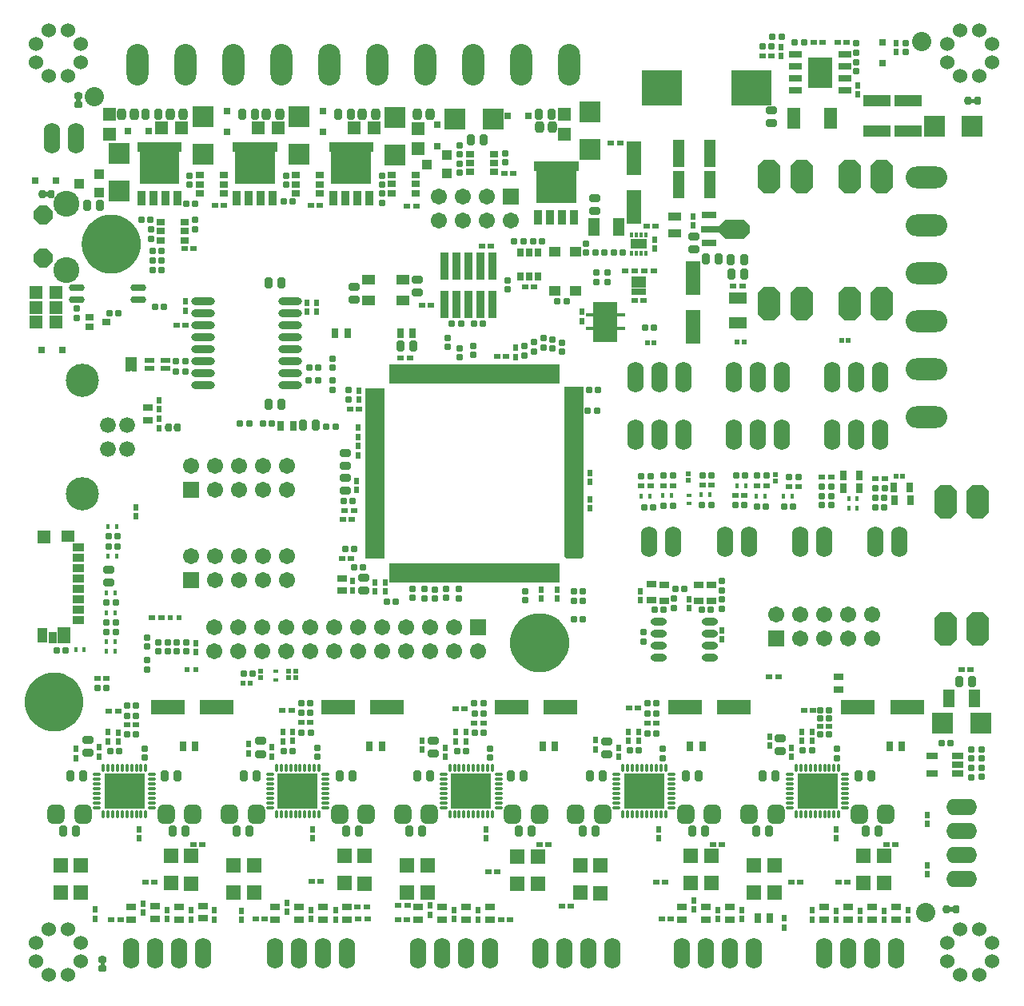
<source format=gts>
G04*
G04 #@! TF.GenerationSoftware,Altium Limited,Altium Designer,18.1.9 (240)*
G04*
G04 Layer_Color=8388736*
%FSLAX25Y25*%
%MOIN*%
G70*
G01*
G75*
%ADD111C,0.12205*%
%ADD112R,0.10400X0.16800*%
%ADD113R,0.02054X0.02054*%
G04:AMPARAMS|DCode=114|XSize=26mil|YSize=28mil|CornerRadius=6.4mil|HoleSize=0mil|Usage=FLASHONLY|Rotation=180.000|XOffset=0mil|YOffset=0mil|HoleType=Round|Shape=RoundedRectangle|*
%AMROUNDEDRECTD114*
21,1,0.02600,0.01520,0,0,180.0*
21,1,0.01320,0.02800,0,0,180.0*
1,1,0.01280,-0.00660,0.00760*
1,1,0.01280,0.00660,0.00760*
1,1,0.01280,0.00660,-0.00760*
1,1,0.01280,-0.00660,-0.00760*
%
%ADD114ROUNDEDRECTD114*%
%ADD115R,0.02054X0.02054*%
%ADD116R,0.01981X0.02375*%
G04:AMPARAMS|DCode=117|XSize=26mil|YSize=28mil|CornerRadius=6.4mil|HoleSize=0mil|Usage=FLASHONLY|Rotation=90.000|XOffset=0mil|YOffset=0mil|HoleType=Round|Shape=RoundedRectangle|*
%AMROUNDEDRECTD117*
21,1,0.02600,0.01520,0,0,90.0*
21,1,0.01320,0.02800,0,0,90.0*
1,1,0.01280,0.00760,0.00660*
1,1,0.01280,0.00760,-0.00660*
1,1,0.01280,-0.00760,-0.00660*
1,1,0.01280,-0.00760,0.00660*
%
%ADD117ROUNDEDRECTD117*%
%ADD118R,0.03038X0.03865*%
%ADD119R,0.04737X0.02965*%
%ADD120R,0.03600X0.06400*%
G04:AMPARAMS|DCode=121|XSize=30mil|YSize=32mil|CornerRadius=8.4mil|HoleSize=0mil|Usage=FLASHONLY|Rotation=90.000|XOffset=0mil|YOffset=0mil|HoleType=Round|Shape=RoundedRectangle|*
%AMROUNDEDRECTD121*
21,1,0.03000,0.01520,0,0,90.0*
21,1,0.01320,0.03200,0,0,90.0*
1,1,0.01680,0.00760,0.00660*
1,1,0.01680,0.00760,-0.00660*
1,1,0.01680,-0.00760,-0.00660*
1,1,0.01680,-0.00760,0.00660*
%
%ADD121ROUNDEDRECTD121*%
G04:AMPARAMS|DCode=122|XSize=30mil|YSize=32mil|CornerRadius=8.4mil|HoleSize=0mil|Usage=FLASHONLY|Rotation=180.000|XOffset=0mil|YOffset=0mil|HoleType=Round|Shape=RoundedRectangle|*
%AMROUNDEDRECTD122*
21,1,0.03000,0.01520,0,0,180.0*
21,1,0.01320,0.03200,0,0,180.0*
1,1,0.01680,-0.00660,0.00760*
1,1,0.01680,0.00660,0.00760*
1,1,0.01680,0.00660,-0.00760*
1,1,0.01680,-0.00660,-0.00760*
%
%ADD122ROUNDEDRECTD122*%
%ADD123R,0.06312X0.14186*%
%ADD124R,0.04343X0.06312*%
%ADD125R,0.03531X0.04737*%
%ADD126R,0.05524X0.06509*%
%ADD127R,0.05524X0.05328*%
%ADD128R,0.05524X0.04934*%
%ADD129R,0.04737X0.03556*%
%ADD130R,0.08700X0.08700*%
%ADD131O,0.06706X0.03162*%
%ADD132C,0.06000*%
%ADD133R,0.03753X0.11824*%
%ADD134R,0.06063X0.02451*%
%ADD135R,0.02126X0.02598*%
%ADD136O,0.01781X0.07887*%
%ADD137O,0.07887X0.01781*%
%ADD138R,0.05524X0.04343*%
%ADD139O,0.09855X0.03162*%
G04:AMPARAMS|DCode=140|XSize=37.13mil|YSize=47.37mil|CornerRadius=9.83mil|HoleSize=0mil|Usage=FLASHONLY|Rotation=0.000|XOffset=0mil|YOffset=0mil|HoleType=Round|Shape=RoundedRectangle|*
%AMROUNDEDRECTD140*
21,1,0.03713,0.02772,0,0,0.0*
21,1,0.01748,0.04737,0,0,0.0*
1,1,0.01965,0.00874,-0.01386*
1,1,0.01965,-0.00874,-0.01386*
1,1,0.01965,-0.00874,0.01386*
1,1,0.01965,0.00874,0.01386*
%
%ADD140ROUNDEDRECTD140*%
G04:AMPARAMS|DCode=141|XSize=80mil|YSize=80mil|CornerRadius=40mil|HoleSize=0mil|Usage=FLASHONLY|Rotation=270.000|XOffset=0mil|YOffset=0mil|HoleType=Round|Shape=RoundedRectangle|*
%AMROUNDEDRECTD141*
21,1,0.08000,0.00000,0,0,270.0*
21,1,0.00000,0.08000,0,0,270.0*
1,1,0.08000,0.00000,0.00000*
1,1,0.08000,0.00000,0.00000*
1,1,0.08000,0.00000,0.00000*
1,1,0.08000,0.00000,0.00000*
%
%ADD141ROUNDEDRECTD141*%
%ADD142R,0.05600X0.05600*%
%ADD143R,0.05600X0.05600*%
%ADD144R,0.02565X0.02368*%
%ADD145R,0.05131X0.07493*%
G04:AMPARAMS|DCode=146|XSize=33.13mil|YSize=43.37mil|CornerRadius=7.83mil|HoleSize=0mil|Usage=FLASHONLY|Rotation=90.000|XOffset=0mil|YOffset=0mil|HoleType=Round|Shape=RoundedRectangle|*
%AMROUNDEDRECTD146*
21,1,0.03313,0.02772,0,0,90.0*
21,1,0.01748,0.04337,0,0,90.0*
1,1,0.01565,0.01386,0.00874*
1,1,0.01565,0.01386,-0.00874*
1,1,0.01565,-0.01386,-0.00874*
1,1,0.01565,-0.01386,0.00874*
%
%ADD146ROUNDEDRECTD146*%
%ADD147R,0.02762X0.03747*%
%ADD148R,0.04400X0.04000*%
%ADD149R,0.04737X0.04343*%
%ADD150R,0.03943X0.01975*%
%ADD151R,0.02080X0.01863*%
%ADD152R,0.02800X0.02800*%
%ADD153O,0.01502X0.03550*%
%ADD154O,0.03550X0.01502*%
%ADD155R,0.08400X0.08400*%
G04:AMPARAMS|DCode=156|XSize=33.13mil|YSize=43.37mil|CornerRadius=7.83mil|HoleSize=0mil|Usage=FLASHONLY|Rotation=0.000|XOffset=0mil|YOffset=0mil|HoleType=Round|Shape=RoundedRectangle|*
%AMROUNDEDRECTD156*
21,1,0.03313,0.02772,0,0,0.0*
21,1,0.01748,0.04337,0,0,0.0*
1,1,0.01565,0.00874,-0.01386*
1,1,0.01565,-0.00874,-0.01386*
1,1,0.01565,-0.00874,0.01386*
1,1,0.01565,0.00874,0.01386*
%
%ADD156ROUNDEDRECTD156*%
%ADD157R,0.14186X0.06312*%
%ADD158R,0.03162X0.03950*%
G04:AMPARAMS|DCode=159|XSize=71mil|YSize=79mil|CornerRadius=19.75mil|HoleSize=0mil|Usage=FLASHONLY|Rotation=0.000|XOffset=0mil|YOffset=0mil|HoleType=Round|Shape=RoundedRectangle|*
%AMROUNDEDRECTD159*
21,1,0.07100,0.03950,0,0,0.0*
21,1,0.03150,0.07900,0,0,0.0*
1,1,0.03950,0.01575,-0.01975*
1,1,0.03950,-0.01575,-0.01975*
1,1,0.03950,-0.01575,0.01975*
1,1,0.03950,0.01575,0.01975*
%
%ADD159ROUNDEDRECTD159*%
%ADD160R,0.16542X0.14573*%
%ADD161O,0.03747X0.01384*%
%ADD162O,0.01384X0.03747*%
%ADD163R,0.03550X0.02565*%
%ADD164O,0.06509X0.02965*%
%ADD165R,0.03865X0.03038*%
%ADD166R,0.05918X0.06312*%
%ADD167R,0.11430X0.04540*%
%ADD168R,0.05400X0.08700*%
%ADD169R,0.16942X0.14580*%
%ADD170R,0.10249X0.13005*%
%ADD171R,0.05721X0.02965*%
%ADD172R,0.05321X0.03550*%
%ADD173R,0.06312X0.03162*%
%ADD174R,0.07887X0.03162*%
%ADD175R,0.01384X0.02368*%
%ADD176R,0.06699X0.03943*%
%ADD177R,0.01975X0.01581*%
%ADD178R,0.04540X0.11430*%
%ADD179R,0.03950X0.03162*%
%ADD180R,0.02800X0.02800*%
%ADD181R,0.03747X0.02762*%
G04:AMPARAMS|DCode=182|XSize=80mil|YSize=80mil|CornerRadius=40mil|HoleSize=0mil|Usage=FLASHONLY|Rotation=0.000|XOffset=0mil|YOffset=0mil|HoleType=Round|Shape=RoundedRectangle|*
%AMROUNDEDRECTD182*
21,1,0.08000,0.00000,0,0,0.0*
21,1,0.00000,0.08000,0,0,0.0*
1,1,0.08000,0.00000,0.00000*
1,1,0.08000,0.00000,0.00000*
1,1,0.08000,0.00000,0.00000*
1,1,0.08000,0.00000,0.00000*
%
%ADD182ROUNDEDRECTD182*%
%ADD183R,0.07493X0.05131*%
%ADD184R,0.01581X0.01975*%
%ADD185R,0.08700X0.08700*%
%ADD186R,0.02368X0.02565*%
%ADD187O,0.17300X0.09050*%
G04:AMPARAMS|DCode=188|XSize=141mil|YSize=91mil|CornerRadius=0mil|HoleSize=0mil|Usage=FLASHONLY|Rotation=90.000|XOffset=0mil|YOffset=0mil|HoleType=Round|Shape=Octagon|*
%AMOCTAGOND188*
4,1,8,0.02275,0.07050,-0.02275,0.07050,-0.04550,0.04775,-0.04550,-0.04775,-0.02275,-0.07050,0.02275,-0.07050,0.04550,-0.04775,0.04550,0.04775,0.02275,0.07050,0.0*
%
%ADD188OCTAGOND188*%

%ADD189O,0.09050X0.17300*%
%ADD190P,0.08443X8X292.5*%
%ADD191C,0.10800*%
%ADD192C,0.06600*%
%ADD193C,0.13850*%
%ADD194O,0.06800X0.12800*%
%ADD195C,0.06706*%
%ADD196R,0.06706X0.06706*%
%ADD197O,0.12800X0.06800*%
%ADD198C,0.03000*%
%ADD199C,0.01000*%
G36*
X24384Y369414D02*
X22416D01*
Y371087D01*
X24384D01*
Y369414D01*
D02*
G37*
G36*
X397146Y369079D02*
X395472D01*
Y371047D01*
X397146D01*
Y369079D01*
D02*
G37*
G36*
X146352Y348785D02*
X145368D01*
Y335399D01*
X128832D01*
Y348785D01*
X127848D01*
Y352821D01*
X146352D01*
Y348785D01*
D02*
G37*
G36*
X106252D02*
X105268D01*
Y335399D01*
X88732D01*
Y348785D01*
X87748D01*
Y352821D01*
X106252D01*
Y348785D01*
D02*
G37*
G36*
X66402D02*
X65417D01*
Y335399D01*
X48882D01*
Y348785D01*
X47898D01*
Y352821D01*
X66402D01*
Y348785D01*
D02*
G37*
G36*
X11051Y330335D02*
X9378D01*
Y332303D01*
X11051D01*
Y330335D01*
D02*
G37*
G36*
X231902Y340785D02*
X230917D01*
Y327399D01*
X214382D01*
Y340785D01*
X213398D01*
Y344821D01*
X231902D01*
Y340785D01*
D02*
G37*
G36*
X300775Y320571D02*
X300813Y320560D01*
X300848Y320541D01*
X300878Y320516D01*
X303437Y317957D01*
X303462Y317927D01*
X303481Y317892D01*
X303492Y317854D01*
X303496Y317815D01*
Y315453D01*
X303492Y315414D01*
X303481Y315376D01*
X303462Y315341D01*
X303437Y315311D01*
X300878Y312752D01*
X300848Y312727D01*
X300813Y312708D01*
X300775Y312697D01*
X300736Y312693D01*
X293256D01*
X293217Y312697D01*
X293179Y312708D01*
X293144Y312727D01*
X293114Y312752D01*
X290535Y315330D01*
X290535Y315330D01*
X290524Y315344D01*
X290510Y315361D01*
X290498Y315384D01*
X290492Y315396D01*
X290480Y315433D01*
X290476Y315473D01*
X290476Y315473D01*
Y317795D01*
X290480Y317834D01*
X290492Y317872D01*
X290510Y317907D01*
X290535Y317937D01*
X293114Y320516D01*
X293114Y320516D01*
X293130Y320530D01*
X293144Y320541D01*
X293179Y320560D01*
X293217Y320571D01*
X293256Y320575D01*
X300736D01*
X300775Y320571D01*
D02*
G37*
G36*
X47633Y257388D02*
X42928D01*
X42929Y257388D01*
X42928D01*
Y263179D01*
X47633D01*
Y257388D01*
D02*
G37*
G36*
X223953Y252284D02*
X153069Y252284D01*
X153069Y260256D01*
X223934D01*
X223953Y252284D01*
D02*
G37*
G36*
X234083Y179882D02*
X232153D01*
X225913Y179867D01*
X225913Y250748D01*
X234083Y250748D01*
Y179882D01*
D02*
G37*
G36*
X151012Y179279D02*
X142842Y179279D01*
Y250144D01*
X151012Y250163D01*
X151012Y179279D01*
D02*
G37*
G36*
X223931Y177284D02*
X223931Y169213D01*
X153066D01*
X153047Y177284D01*
X223931Y177284D01*
D02*
G37*
G36*
X388187Y31816D02*
X386514D01*
Y33784D01*
X388187D01*
Y31816D01*
D02*
G37*
G36*
X34484Y9213D02*
X32516D01*
Y10886D01*
X34484D01*
Y9213D01*
D02*
G37*
G54D111*
X19146Y119566D02*
X19063Y120570D01*
X18815Y121547D01*
X18411Y122470D01*
X17859Y123314D01*
X17177Y124055D01*
X16382Y124674D01*
X15495Y125154D01*
X14542Y125481D01*
X13548Y125647D01*
X12540D01*
X11546Y125481D01*
X10593Y125154D01*
X9706Y124674D01*
X8911Y124055D01*
X8228Y123314D01*
X7677Y122470D01*
X7272Y121547D01*
X7025Y120570D01*
X6941Y119566D01*
X7025Y118561D01*
X7272Y117584D01*
X7677Y116661D01*
X8228Y115817D01*
X8911Y115076D01*
X9706Y114457D01*
X10593Y113977D01*
X11546Y113650D01*
X12540Y113484D01*
X13548D01*
X14542Y113650D01*
X15495Y113977D01*
X16382Y114457D01*
X17177Y115076D01*
X17859Y115817D01*
X18411Y116661D01*
X18815Y117584D01*
X19063Y118561D01*
X19146Y119566D01*
X221602Y144300D02*
X221519Y145304D01*
X221272Y146281D01*
X220867Y147204D01*
X220316Y148048D01*
X219633Y148790D01*
X218838Y149409D01*
X217951Y149888D01*
X216998Y150216D01*
X216004Y150382D01*
X214996D01*
X214002Y150216D01*
X213049Y149888D01*
X212162Y149409D01*
X211367Y148790D01*
X210684Y148048D01*
X210133Y147204D01*
X209728Y146281D01*
X209481Y145304D01*
X209398Y144300D01*
X209481Y143296D01*
X209728Y142319D01*
X210133Y141396D01*
X210684Y140552D01*
X211367Y139810D01*
X212162Y139191D01*
X213049Y138712D01*
X214002Y138384D01*
X214996Y138218D01*
X216004D01*
X216998Y138384D01*
X217951Y138712D01*
X218838Y139191D01*
X219633Y139810D01*
X220316Y140552D01*
X220867Y141396D01*
X221272Y142319D01*
X221519Y143296D01*
X221602Y144300D01*
X43002Y310500D02*
X42919Y311504D01*
X42672Y312481D01*
X42267Y313404D01*
X41716Y314248D01*
X41033Y314990D01*
X40238Y315609D01*
X39351Y316088D01*
X38398Y316416D01*
X37404Y316582D01*
X36396D01*
X35402Y316416D01*
X34449Y316088D01*
X33562Y315609D01*
X32767Y314990D01*
X32084Y314248D01*
X31533Y313404D01*
X31128Y312481D01*
X30881Y311504D01*
X30798Y310500D01*
X30881Y309496D01*
X31128Y308519D01*
X31533Y307596D01*
X32084Y306752D01*
X32767Y306010D01*
X33562Y305391D01*
X34449Y304912D01*
X35402Y304584D01*
X36396Y304418D01*
X37404D01*
X38398Y304584D01*
X39351Y304912D01*
X40238Y305391D01*
X41033Y306010D01*
X41716Y306752D01*
X42267Y307596D01*
X42672Y308519D01*
X42919Y309496D01*
X43002Y310500D01*
G54D112*
X243109Y278051D02*
D03*
G54D113*
X114161Y129469D02*
D03*
Y132225D02*
D03*
X110913Y129469D02*
D03*
Y132225D02*
D03*
X99496Y129567D02*
D03*
Y132323D02*
D03*
X314004Y214291D02*
D03*
Y211536D02*
D03*
X277783Y214488D02*
D03*
Y211732D02*
D03*
G54D114*
X95973Y131142D02*
D03*
X92183D02*
D03*
X151839Y161260D02*
D03*
X155628D02*
D03*
X387000Y102348D02*
D03*
X383210D02*
D03*
X31181Y125295D02*
D03*
X34971D02*
D03*
X325854Y394685D02*
D03*
X322065D02*
D03*
X246710Y306848D02*
D03*
X250500D02*
D03*
X138491Y183198D02*
D03*
X134702D02*
D03*
X336447Y106004D02*
D03*
X332658D02*
D03*
X240000Y249400D02*
D03*
X236210D02*
D03*
X137800Y203248D02*
D03*
X134010D02*
D03*
X90800Y235400D02*
D03*
X94590D02*
D03*
X104000D02*
D03*
X100210D02*
D03*
X235824Y240866D02*
D03*
X239614D02*
D03*
X336447Y112697D02*
D03*
X332658D02*
D03*
X230015Y161426D02*
D03*
X233805D02*
D03*
X233814Y165399D02*
D03*
X230024D02*
D03*
X229995Y153946D02*
D03*
X233785D02*
D03*
X287306Y213888D02*
D03*
X283516D02*
D03*
X276052Y166522D02*
D03*
X272262D02*
D03*
X223100Y286400D02*
D03*
X226890D02*
D03*
X138305Y175413D02*
D03*
X142095D02*
D03*
X36000Y188448D02*
D03*
X39790D02*
D03*
X36000Y184348D02*
D03*
X39790D02*
D03*
X35101Y160748D02*
D03*
X38891D02*
D03*
X38900Y148548D02*
D03*
X35110D02*
D03*
X38900Y152548D02*
D03*
X35110D02*
D03*
X297596Y213859D02*
D03*
X301385D02*
D03*
X54314Y299594D02*
D03*
X58104D02*
D03*
X54316Y303700D02*
D03*
X58105D02*
D03*
X108856Y328366D02*
D03*
X112646D02*
D03*
X68203Y327092D02*
D03*
X71993D02*
D03*
X58133Y307690D02*
D03*
X54343D02*
D03*
X64100Y257300D02*
D03*
X67890D02*
D03*
X64100Y261700D02*
D03*
X67890D02*
D03*
X119600Y259000D02*
D03*
X123390D02*
D03*
X119500Y253500D02*
D03*
X123290D02*
D03*
X130600Y234300D02*
D03*
X126810D02*
D03*
X208900Y311648D02*
D03*
X205110D02*
D03*
X259600Y275548D02*
D03*
X263390D02*
D03*
X271227Y201181D02*
D03*
X267437D02*
D03*
X271248Y213760D02*
D03*
X267458D02*
D03*
X263075Y200603D02*
D03*
X259286D02*
D03*
X49700Y320600D02*
D03*
X53490D02*
D03*
X310136Y201046D02*
D03*
X306346D02*
D03*
X297242Y201398D02*
D03*
X301031D02*
D03*
X287294Y201515D02*
D03*
X283504D02*
D03*
X36600Y98948D02*
D03*
X40390D02*
D03*
X47500Y113648D02*
D03*
X43710D02*
D03*
X188500Y118748D02*
D03*
X192290D02*
D03*
X116300Y118848D02*
D03*
X120090D02*
D03*
X14269Y140866D02*
D03*
X18059D02*
D03*
X43700Y117748D02*
D03*
X47490D02*
D03*
X261873Y213554D02*
D03*
X258083D02*
D03*
X212900Y311448D02*
D03*
X216690D02*
D03*
X188300Y277300D02*
D03*
X192090D02*
D03*
X182900Y277200D02*
D03*
X179110D02*
D03*
X267452Y157870D02*
D03*
X263662D02*
D03*
X260700Y118748D02*
D03*
X264490D02*
D03*
X264500Y114548D02*
D03*
X260710D02*
D03*
X264500Y106348D02*
D03*
X260710D02*
D03*
X253200Y99148D02*
D03*
X256990D02*
D03*
X323552Y213216D02*
D03*
X319762D02*
D03*
X321442Y201048D02*
D03*
X317652D02*
D03*
X286967Y157894D02*
D03*
X283177D02*
D03*
X332647Y116043D02*
D03*
X336437D02*
D03*
X333442Y205335D02*
D03*
X337232D02*
D03*
X337262Y209173D02*
D03*
X333472D02*
D03*
X333462Y201398D02*
D03*
X337252D02*
D03*
X355706Y204449D02*
D03*
X359496D02*
D03*
X359506Y208386D02*
D03*
X355716D02*
D03*
X355706Y200413D02*
D03*
X359496D02*
D03*
X325400Y99148D02*
D03*
X329190D02*
D03*
X47500Y105748D02*
D03*
X43710D02*
D03*
X120100Y114748D02*
D03*
X116310D02*
D03*
X120200Y106648D02*
D03*
X116410D02*
D03*
X108900Y99048D02*
D03*
X112690D02*
D03*
X192300Y114648D02*
D03*
X188510D02*
D03*
X192400Y106548D02*
D03*
X188610D02*
D03*
X181200Y99048D02*
D03*
X184990D02*
D03*
X40156Y281414D02*
D03*
X36366D02*
D03*
X55314Y284264D02*
D03*
X59104D02*
D03*
X310174Y213822D02*
D03*
X306384D02*
D03*
X316514Y396850D02*
D03*
X312724D02*
D03*
X312435Y392818D02*
D03*
X308645D02*
D03*
X239000Y306948D02*
D03*
X242790D02*
D03*
G54D115*
X94870Y127106D02*
D03*
X92114D02*
D03*
X263386Y269114D02*
D03*
X260630D02*
D03*
X298130Y269606D02*
D03*
X300886D02*
D03*
X344488Y270197D02*
D03*
X341732D02*
D03*
X367154Y213701D02*
D03*
X364398D02*
D03*
G54D116*
X61701Y154567D02*
D03*
X65244D02*
D03*
X72232Y133012D02*
D03*
X68689D02*
D03*
G54D117*
X181976Y162717D02*
D03*
Y166506D02*
D03*
X162784Y166595D02*
D03*
Y162805D02*
D03*
X395700Y99648D02*
D03*
Y95858D02*
D03*
X395600Y88048D02*
D03*
Y91838D02*
D03*
X400000Y88058D02*
D03*
Y91848D02*
D03*
X399900Y95848D02*
D03*
Y99638D02*
D03*
X225100Y269338D02*
D03*
Y265548D02*
D03*
X258861Y144642D02*
D03*
Y148432D02*
D03*
X52016Y142391D02*
D03*
Y146181D02*
D03*
X60567Y140500D02*
D03*
Y144290D02*
D03*
X176779Y162923D02*
D03*
Y166713D02*
D03*
X64433Y140500D02*
D03*
Y144290D02*
D03*
X68300Y140500D02*
D03*
Y144290D02*
D03*
X56700Y144300D02*
D03*
Y140510D02*
D03*
X167803Y166408D02*
D03*
Y162618D02*
D03*
X213400Y269448D02*
D03*
Y265658D02*
D03*
X221000Y266848D02*
D03*
Y270638D02*
D03*
X217300Y271148D02*
D03*
Y267358D02*
D03*
X209693Y165680D02*
D03*
Y161890D02*
D03*
X182429Y266861D02*
D03*
Y263071D02*
D03*
X187875Y267887D02*
D03*
Y264097D02*
D03*
X171894Y166309D02*
D03*
Y162520D02*
D03*
X291683Y162170D02*
D03*
Y158381D02*
D03*
X368413Y394195D02*
D03*
Y390406D02*
D03*
X209400Y264048D02*
D03*
Y267838D02*
D03*
X69801Y335114D02*
D03*
Y338903D02*
D03*
X136000Y245600D02*
D03*
Y249390D02*
D03*
X129500Y258900D02*
D03*
Y262690D02*
D03*
Y253400D02*
D03*
Y249610D02*
D03*
X72100Y316700D02*
D03*
Y320490D02*
D03*
X53600Y316400D02*
D03*
Y312610D02*
D03*
X239319Y294655D02*
D03*
Y298445D02*
D03*
X150000Y331400D02*
D03*
Y327610D02*
D03*
X182400Y347900D02*
D03*
Y351690D02*
D03*
X182500Y343900D02*
D03*
Y340110D02*
D03*
X201400Y344400D02*
D03*
Y348190D02*
D03*
X109902Y335206D02*
D03*
Y338996D02*
D03*
X149900Y335200D02*
D03*
Y338990D02*
D03*
X244043Y294655D02*
D03*
Y298445D02*
D03*
X202452Y295355D02*
D03*
Y291565D02*
D03*
X177409Y271290D02*
D03*
Y267500D02*
D03*
X271652Y162412D02*
D03*
Y158622D02*
D03*
X267126Y99735D02*
D03*
Y95945D02*
D03*
X291661Y169833D02*
D03*
Y166043D02*
D03*
X339567Y99833D02*
D03*
Y96043D02*
D03*
X50984Y100030D02*
D03*
Y96240D02*
D03*
X123031Y100227D02*
D03*
Y96437D02*
D03*
X195079Y99951D02*
D03*
Y96161D02*
D03*
X52016Y133041D02*
D03*
Y136831D02*
D03*
X22567Y279679D02*
D03*
Y283469D02*
D03*
X347835Y382518D02*
D03*
Y386308D02*
D03*
Y390318D02*
D03*
Y394108D02*
D03*
X235000Y306848D02*
D03*
Y310638D02*
D03*
G54D118*
X366791Y100886D02*
D03*
X361555D02*
D03*
X283622Y100886D02*
D03*
X278386D02*
D03*
X144724Y100787D02*
D03*
X149961D02*
D03*
X66870Y100886D02*
D03*
X72106D02*
D03*
X162818Y273100D02*
D03*
X157582D02*
D03*
X306535Y29331D02*
D03*
X311772D02*
D03*
X135605Y273093D02*
D03*
X130369D02*
D03*
X216870Y100787D02*
D03*
X222106D02*
D03*
X112842Y234607D02*
D03*
X107606D02*
D03*
G54D119*
X390115Y89408D02*
D03*
Y93148D02*
D03*
Y96888D02*
D03*
X379485D02*
D03*
Y89408D02*
D03*
G54D120*
X144600Y329661D02*
D03*
X139600D02*
D03*
X134600D02*
D03*
X129600D02*
D03*
X104500D02*
D03*
X99500D02*
D03*
X94500D02*
D03*
X89500D02*
D03*
X230150Y321661D02*
D03*
X225150D02*
D03*
X220150D02*
D03*
X215150D02*
D03*
X64650Y329661D02*
D03*
X59650D02*
D03*
X54650D02*
D03*
X49650D02*
D03*
G54D121*
X33500Y8110D02*
D03*
Y11900D02*
D03*
X23400Y372190D02*
D03*
Y368400D02*
D03*
G54D122*
X389290Y32800D02*
D03*
X385500D02*
D03*
X12154Y331319D02*
D03*
X8364D02*
D03*
X398248Y370063D02*
D03*
X394458D02*
D03*
X61028Y233776D02*
D03*
X64818D02*
D03*
G54D123*
X255100Y325812D02*
D03*
Y346284D02*
D03*
X279700Y275864D02*
D03*
Y296336D02*
D03*
G54D124*
X8269Y147146D02*
D03*
G54D125*
X12796Y146359D02*
D03*
G54D126*
X17324Y147245D02*
D03*
G54D127*
X8859Y188190D02*
D03*
G54D128*
X19056Y188387D02*
D03*
G54D129*
X23190Y153642D02*
D03*
Y157973D02*
D03*
Y162304D02*
D03*
Y166635D02*
D03*
Y170965D02*
D03*
Y175296D02*
D03*
Y179627D02*
D03*
Y183958D02*
D03*
G54D130*
X380362Y359547D02*
D03*
X396136D02*
D03*
X196274Y362448D02*
D03*
X180500D02*
D03*
X399600Y110648D02*
D03*
X383826D02*
D03*
G54D131*
X265354Y152776D02*
D03*
Y147776D02*
D03*
Y142776D02*
D03*
Y137776D02*
D03*
X286614Y152776D02*
D03*
Y147776D02*
D03*
Y142776D02*
D03*
Y137776D02*
D03*
G54D132*
X398937Y5551D02*
D03*
X391063D02*
D03*
X385551Y11063D02*
D03*
Y18937D02*
D03*
X391063Y24449D02*
D03*
X398937D02*
D03*
X404449Y18937D02*
D03*
Y11063D02*
D03*
X24449D02*
D03*
Y18937D02*
D03*
X18937Y24449D02*
D03*
X11063D02*
D03*
X5551Y18937D02*
D03*
Y11063D02*
D03*
X11063Y5551D02*
D03*
X18937D02*
D03*
X24449Y386063D02*
D03*
Y393937D02*
D03*
X18937Y399449D02*
D03*
X11063D02*
D03*
X5551Y393937D02*
D03*
Y386063D02*
D03*
X11063Y380551D02*
D03*
X18937D02*
D03*
X404449Y386063D02*
D03*
Y393937D02*
D03*
X398937Y399449D02*
D03*
X391063D02*
D03*
X385551Y393937D02*
D03*
Y386063D02*
D03*
X391063Y380551D02*
D03*
X398937D02*
D03*
G54D133*
X195900Y301092D02*
D03*
Y285108D02*
D03*
X190900Y301092D02*
D03*
Y285108D02*
D03*
X185900Y301092D02*
D03*
Y285108D02*
D03*
X180900Y301092D02*
D03*
Y285108D02*
D03*
X175900Y301092D02*
D03*
Y285108D02*
D03*
G54D134*
X257065Y293060D02*
D03*
G54D135*
X255096Y295619D02*
D03*
X257065D02*
D03*
X259033D02*
D03*
Y290501D02*
D03*
X257065D02*
D03*
X255096D02*
D03*
G54D136*
X222949Y256246D02*
D03*
X220980D02*
D03*
X219012D02*
D03*
X217043D02*
D03*
X215075D02*
D03*
X213106D02*
D03*
X211138D02*
D03*
X209169D02*
D03*
X207201D02*
D03*
X205232D02*
D03*
X203264D02*
D03*
X201295D02*
D03*
X199327D02*
D03*
X197358D02*
D03*
X195390D02*
D03*
X193421D02*
D03*
X191453D02*
D03*
X189484D02*
D03*
X187516D02*
D03*
X185547D02*
D03*
X183579D02*
D03*
X181610D02*
D03*
X179642D02*
D03*
X177673D02*
D03*
X175705D02*
D03*
X173736D02*
D03*
X171768D02*
D03*
X169799D02*
D03*
X167831D02*
D03*
X165862D02*
D03*
X163894D02*
D03*
X161925D02*
D03*
X159957D02*
D03*
X157988D02*
D03*
X156020D02*
D03*
X154051D02*
D03*
Y173175D02*
D03*
X156020D02*
D03*
X157988D02*
D03*
X159957D02*
D03*
X161925D02*
D03*
X163894D02*
D03*
X165862D02*
D03*
X167831D02*
D03*
X169799D02*
D03*
X171768D02*
D03*
X173736D02*
D03*
X175705D02*
D03*
X177673D02*
D03*
X179642D02*
D03*
X181610D02*
D03*
X183579D02*
D03*
X185547D02*
D03*
X187516D02*
D03*
X189484D02*
D03*
X191453D02*
D03*
X193421D02*
D03*
X195390D02*
D03*
X197358D02*
D03*
X199327D02*
D03*
X201295D02*
D03*
X203264D02*
D03*
X205232D02*
D03*
X207201D02*
D03*
X209169D02*
D03*
X211138D02*
D03*
X213106D02*
D03*
X215075D02*
D03*
X217043D02*
D03*
X219012D02*
D03*
X220980D02*
D03*
X222949D02*
D03*
G54D137*
X146965Y249159D02*
D03*
Y247190D02*
D03*
Y245222D02*
D03*
Y243253D02*
D03*
Y241285D02*
D03*
Y239317D02*
D03*
Y237348D02*
D03*
Y235380D02*
D03*
Y233411D02*
D03*
Y231442D02*
D03*
Y229474D02*
D03*
Y227505D02*
D03*
Y225537D02*
D03*
Y223569D02*
D03*
Y221600D02*
D03*
Y219632D02*
D03*
Y217663D02*
D03*
Y215694D02*
D03*
Y213726D02*
D03*
Y211757D02*
D03*
Y209789D02*
D03*
Y207821D02*
D03*
Y205852D02*
D03*
Y203884D02*
D03*
Y201915D02*
D03*
Y199946D02*
D03*
Y197978D02*
D03*
Y196009D02*
D03*
Y194041D02*
D03*
Y192072D02*
D03*
Y190104D02*
D03*
Y188135D02*
D03*
Y186167D02*
D03*
Y184198D02*
D03*
Y182230D02*
D03*
Y180261D02*
D03*
X230035D02*
D03*
Y182230D02*
D03*
Y184198D02*
D03*
Y186167D02*
D03*
Y188135D02*
D03*
Y190104D02*
D03*
Y192072D02*
D03*
Y194041D02*
D03*
Y196009D02*
D03*
Y197978D02*
D03*
Y199946D02*
D03*
Y201915D02*
D03*
Y203884D02*
D03*
Y205852D02*
D03*
Y207821D02*
D03*
Y209789D02*
D03*
Y211757D02*
D03*
Y213726D02*
D03*
Y215694D02*
D03*
Y217663D02*
D03*
Y219632D02*
D03*
Y221600D02*
D03*
Y223569D02*
D03*
Y225537D02*
D03*
Y227505D02*
D03*
Y229474D02*
D03*
Y231442D02*
D03*
Y233411D02*
D03*
Y235380D02*
D03*
Y237348D02*
D03*
Y239317D02*
D03*
Y241285D02*
D03*
Y243253D02*
D03*
Y245222D02*
D03*
Y247190D02*
D03*
Y249159D02*
D03*
G54D138*
X144214Y287016D02*
D03*
X158781D02*
D03*
Y295677D02*
D03*
X144214D02*
D03*
G54D139*
X75488Y286600D02*
D03*
Y281600D02*
D03*
Y276600D02*
D03*
Y271600D02*
D03*
Y266600D02*
D03*
Y261600D02*
D03*
Y256600D02*
D03*
Y251600D02*
D03*
X111512Y286600D02*
D03*
Y281600D02*
D03*
Y276600D02*
D03*
Y271600D02*
D03*
Y266600D02*
D03*
Y261600D02*
D03*
Y256600D02*
D03*
Y251600D02*
D03*
G54D140*
X46678Y364700D02*
D03*
X41323D02*
D03*
X164523Y364700D02*
D03*
X169877D02*
D03*
X66877Y364700D02*
D03*
X61523D02*
D03*
X101822Y364700D02*
D03*
X107177D02*
D03*
X147177Y364699D02*
D03*
X141823D02*
D03*
X215722Y359148D02*
D03*
X221077D02*
D03*
G54D141*
X375000Y395000D02*
D03*
X30000Y371800D02*
D03*
G54D142*
X36300Y364700D02*
D03*
Y356366D02*
D03*
X225900Y364682D02*
D03*
Y356348D02*
D03*
X164976Y350198D02*
D03*
Y358531D02*
D03*
G54D143*
X14101Y290076D02*
D03*
X5768D02*
D03*
X14101Y277876D02*
D03*
X5768D02*
D03*
Y283976D02*
D03*
X14101D02*
D03*
X138200Y358900D02*
D03*
X146534D02*
D03*
X106634D02*
D03*
X98300D02*
D03*
X58100D02*
D03*
X66434D02*
D03*
G54D144*
X35000Y129248D02*
D03*
X31230D02*
D03*
X263200Y299100D02*
D03*
X259430D02*
D03*
X133400Y179356D02*
D03*
X137170D02*
D03*
X260400Y317848D02*
D03*
X264170D02*
D03*
X188500Y110648D02*
D03*
X192270D02*
D03*
X184470Y116448D02*
D03*
X180700D02*
D03*
X120070Y110848D02*
D03*
X116300D02*
D03*
X108500Y116048D02*
D03*
X112270D02*
D03*
X256670Y116948D02*
D03*
X252900D02*
D03*
X43600Y109748D02*
D03*
X47370D02*
D03*
X391611Y132852D02*
D03*
X395381D02*
D03*
X300200Y292823D02*
D03*
X296430D02*
D03*
X255300Y286900D02*
D03*
X259070D02*
D03*
X271244Y209716D02*
D03*
X267474D02*
D03*
X258081Y209476D02*
D03*
X261851D02*
D03*
X166604Y284862D02*
D03*
X170374D02*
D03*
X140370Y241600D02*
D03*
X136600D02*
D03*
X64200Y276600D02*
D03*
X67970D02*
D03*
X137370Y195448D02*
D03*
X133600D02*
D03*
X197900Y263648D02*
D03*
X201670D02*
D03*
X138270Y199348D02*
D03*
X134500D02*
D03*
X161600Y262800D02*
D03*
X157830D02*
D03*
X255270Y299200D02*
D03*
X251500D02*
D03*
X71494Y308687D02*
D03*
X67724D02*
D03*
X200900Y340000D02*
D03*
X204670D02*
D03*
X245500Y352648D02*
D03*
X249270D02*
D03*
X325856Y116043D02*
D03*
X329626D02*
D03*
X80177Y326476D02*
D03*
X83947D02*
D03*
X124105Y326575D02*
D03*
X120335D02*
D03*
X160450Y326300D02*
D03*
X164220D02*
D03*
X213279Y292547D02*
D03*
X209509D02*
D03*
X37160Y28600D02*
D03*
X40930D02*
D03*
X264470Y110548D02*
D03*
X260700D02*
D03*
X156800Y34548D02*
D03*
X160570D02*
D03*
X215647Y59961D02*
D03*
X219417D02*
D03*
X198031Y48622D02*
D03*
X194261D02*
D03*
X160500Y28700D02*
D03*
X156730D02*
D03*
X199600D02*
D03*
X203370D02*
D03*
X71258Y59961D02*
D03*
X75028D02*
D03*
X55020Y44291D02*
D03*
X51250D02*
D03*
X320571D02*
D03*
X324341D02*
D03*
X332647Y109350D02*
D03*
X336417D02*
D03*
X364004Y59961D02*
D03*
X360234D02*
D03*
X36100Y115648D02*
D03*
X39870D02*
D03*
X343962Y44252D02*
D03*
X340192D02*
D03*
X143534Y33957D02*
D03*
X139764D02*
D03*
X124409Y44390D02*
D03*
X120639D02*
D03*
X97200Y28800D02*
D03*
X100970D02*
D03*
X143864Y28775D02*
D03*
X140094D02*
D03*
X224900Y34348D02*
D03*
X228670D02*
D03*
X287891Y59961D02*
D03*
X291661D02*
D03*
X268012Y44291D02*
D03*
X264242D02*
D03*
X270500Y28800D02*
D03*
X266730D02*
D03*
X287288Y209754D02*
D03*
X283519D02*
D03*
X300984Y205549D02*
D03*
X297214D02*
D03*
X310178Y209590D02*
D03*
X306408D02*
D03*
X319770Y209074D02*
D03*
X323539D02*
D03*
X333492Y213110D02*
D03*
X337262D02*
D03*
X359512Y212474D02*
D03*
X355742D02*
D03*
X195304Y309607D02*
D03*
X191534D02*
D03*
X315185Y129941D02*
D03*
X311415D02*
D03*
X57906Y154448D02*
D03*
X54136D02*
D03*
X329939Y394685D02*
D03*
X333709D02*
D03*
X308709Y388878D02*
D03*
X312479D02*
D03*
X343778Y394488D02*
D03*
X340008D02*
D03*
G54D145*
X248816Y317648D02*
D03*
X238384D02*
D03*
X396897Y120952D02*
D03*
X386464D02*
D03*
G54D146*
X238800Y324271D02*
D03*
Y329625D02*
D03*
X279900Y308271D02*
D03*
Y313625D02*
D03*
X312205Y360807D02*
D03*
Y366161D02*
D03*
X243667Y97677D02*
D03*
Y103031D02*
D03*
X171465Y97776D02*
D03*
Y103130D02*
D03*
X99213Y97716D02*
D03*
Y103071D02*
D03*
X316142Y104154D02*
D03*
Y98799D02*
D03*
X142300Y171325D02*
D03*
Y165971D02*
D03*
X138287Y287185D02*
D03*
Y292539D02*
D03*
X164798Y290170D02*
D03*
Y295524D02*
D03*
X35900Y174625D02*
D03*
Y169271D02*
D03*
X134600Y223125D02*
D03*
Y217771D02*
D03*
X27264Y98110D02*
D03*
Y103465D02*
D03*
X134600Y213025D02*
D03*
Y207671D02*
D03*
G54D147*
X207660Y296812D02*
D03*
X211400D02*
D03*
X215140D02*
D03*
Y306851D02*
D03*
X211400D02*
D03*
X207660D02*
D03*
G54D148*
X31937Y331860D02*
D03*
Y339400D02*
D03*
X23600Y335600D02*
D03*
X168700Y343600D02*
D03*
X177037Y347400D02*
D03*
Y339860D02*
D03*
G54D149*
X221869Y291029D02*
D03*
X230531Y307171D02*
D03*
Y291029D02*
D03*
X221869Y307171D02*
D03*
G54D150*
X59746Y258706D02*
D03*
X53053D02*
D03*
Y261856D02*
D03*
X59746D02*
D03*
G54D151*
X46627Y258313D02*
D03*
Y260281D02*
D03*
X43971Y258313D02*
D03*
Y260281D02*
D03*
X46627Y262250D02*
D03*
X43971D02*
D03*
G54D152*
X358513Y385765D02*
D03*
Y394495D02*
D03*
X125200Y365900D02*
D03*
Y357169D02*
D03*
X172938Y351376D02*
D03*
Y360106D02*
D03*
X85400Y365900D02*
D03*
Y357169D02*
D03*
G54D153*
X239272Y271654D02*
D03*
X241240D02*
D03*
X243209D02*
D03*
X245177D02*
D03*
X247146D02*
D03*
Y284449D02*
D03*
X245177D02*
D03*
X243209D02*
D03*
X241240D02*
D03*
X239272D02*
D03*
G54D154*
X249606Y275098D02*
D03*
Y281004D02*
D03*
X236811D02*
D03*
Y275098D02*
D03*
G54D155*
X243209Y278051D02*
D03*
G54D156*
X351620Y65512D02*
D03*
X356974D02*
D03*
X300854Y304035D02*
D03*
X295500D02*
D03*
X290421Y304134D02*
D03*
X285067D02*
D03*
X282106Y88583D02*
D03*
X276752D02*
D03*
X164654Y88445D02*
D03*
X170008D02*
D03*
X209134Y88420D02*
D03*
X203779D02*
D03*
X166816Y65512D02*
D03*
X161462D02*
D03*
X92311Y88543D02*
D03*
X97665D02*
D03*
X137618Y88583D02*
D03*
X132264D02*
D03*
X94606Y65551D02*
D03*
X89252D02*
D03*
X134929Y65512D02*
D03*
X140284D02*
D03*
X305950Y65512D02*
D03*
X311305D02*
D03*
X108077Y243500D02*
D03*
X102723D02*
D03*
Y294100D02*
D03*
X108077D02*
D03*
X162889Y267755D02*
D03*
X157534D02*
D03*
X122471Y234948D02*
D03*
X117117D02*
D03*
X300977Y298036D02*
D03*
X295623D02*
D03*
X396158Y127752D02*
D03*
X390804D02*
D03*
X27123Y326700D02*
D03*
X32477D02*
D03*
X192477Y353800D02*
D03*
X187123D02*
D03*
X56777Y364700D02*
D03*
X51423D02*
D03*
X96977D02*
D03*
X91623D02*
D03*
X131723Y364700D02*
D03*
X137077D02*
D03*
X236799Y88543D02*
D03*
X242154D02*
D03*
X239061Y65512D02*
D03*
X233706D02*
D03*
X279376D02*
D03*
X284730D02*
D03*
X354153Y88484D02*
D03*
X348799D02*
D03*
X308723Y88448D02*
D03*
X314077D02*
D03*
X64803Y88386D02*
D03*
X59449D02*
D03*
X20067Y88543D02*
D03*
X25421D02*
D03*
X22362Y65551D02*
D03*
X17008D02*
D03*
X62677D02*
D03*
X68032D02*
D03*
X207132Y65512D02*
D03*
X212486D02*
D03*
X220677Y364699D02*
D03*
X215323D02*
D03*
G54D157*
X60532Y117224D02*
D03*
X81004D02*
D03*
X152165D02*
D03*
X131693D02*
D03*
X296654D02*
D03*
X276181D02*
D03*
X368898D02*
D03*
X348425D02*
D03*
X224311D02*
D03*
X203839D02*
D03*
G54D158*
X363507Y203413D02*
D03*
X370200D02*
D03*
X363450Y209051D02*
D03*
X370143D02*
D03*
X348945Y208681D02*
D03*
X342252D02*
D03*
X342350Y213996D02*
D03*
X349043D02*
D03*
G54D159*
X97529Y72539D02*
D03*
X86331D02*
D03*
X158541Y72500D02*
D03*
X169739D02*
D03*
X143421Y72559D02*
D03*
X132223D02*
D03*
X230785Y72500D02*
D03*
X241984D02*
D03*
X287750D02*
D03*
X276551D02*
D03*
X302992Y72461D02*
D03*
X314191D02*
D03*
X360055Y72559D02*
D03*
X348857D02*
D03*
X14087Y72539D02*
D03*
X25285D02*
D03*
X71079Y72559D02*
D03*
X59880D02*
D03*
X215567Y72461D02*
D03*
X204368D02*
D03*
G54D160*
X187072Y82264D02*
D03*
X42584D02*
D03*
X259316D02*
D03*
X331561D02*
D03*
X114828D02*
D03*
G54D161*
X175557Y75374D02*
D03*
Y77343D02*
D03*
Y79311D02*
D03*
Y81280D02*
D03*
Y83248D02*
D03*
Y85217D02*
D03*
Y87185D02*
D03*
Y89154D02*
D03*
X198588D02*
D03*
Y87185D02*
D03*
Y85217D02*
D03*
Y83248D02*
D03*
Y81280D02*
D03*
Y79311D02*
D03*
Y77343D02*
D03*
Y75374D02*
D03*
X54100D02*
D03*
Y77343D02*
D03*
Y79311D02*
D03*
Y81280D02*
D03*
Y83248D02*
D03*
Y85217D02*
D03*
Y87185D02*
D03*
Y89154D02*
D03*
X31069D02*
D03*
Y87185D02*
D03*
Y85217D02*
D03*
Y83248D02*
D03*
Y81280D02*
D03*
Y79311D02*
D03*
Y77343D02*
D03*
Y75374D02*
D03*
X247801D02*
D03*
Y77343D02*
D03*
Y79311D02*
D03*
Y81280D02*
D03*
Y83248D02*
D03*
Y85217D02*
D03*
Y87185D02*
D03*
Y89154D02*
D03*
X270832D02*
D03*
Y87185D02*
D03*
Y85217D02*
D03*
Y83248D02*
D03*
Y81280D02*
D03*
Y79311D02*
D03*
Y77343D02*
D03*
Y75374D02*
D03*
X343076D02*
D03*
Y77343D02*
D03*
Y79311D02*
D03*
Y81280D02*
D03*
Y83248D02*
D03*
Y85217D02*
D03*
Y87185D02*
D03*
Y89154D02*
D03*
X320045D02*
D03*
Y87185D02*
D03*
Y85217D02*
D03*
Y83248D02*
D03*
Y81280D02*
D03*
Y79311D02*
D03*
Y77343D02*
D03*
Y75374D02*
D03*
X103313D02*
D03*
Y77343D02*
D03*
Y79311D02*
D03*
Y81280D02*
D03*
Y83248D02*
D03*
Y85217D02*
D03*
Y87185D02*
D03*
Y89154D02*
D03*
X126344D02*
D03*
Y87185D02*
D03*
Y85217D02*
D03*
Y83248D02*
D03*
Y81280D02*
D03*
Y79311D02*
D03*
Y77343D02*
D03*
Y75374D02*
D03*
G54D162*
X178214Y91831D02*
D03*
X180183D02*
D03*
X182151D02*
D03*
X184120D02*
D03*
X186088D02*
D03*
X188057D02*
D03*
X190025D02*
D03*
X191994D02*
D03*
X193962D02*
D03*
X195931D02*
D03*
Y72697D02*
D03*
X193962D02*
D03*
X191994D02*
D03*
X190025D02*
D03*
X188057D02*
D03*
X186088D02*
D03*
X184120D02*
D03*
X182151D02*
D03*
X180183D02*
D03*
X178214D02*
D03*
X33726D02*
D03*
X35695D02*
D03*
X37663D02*
D03*
X39632D02*
D03*
X41600D02*
D03*
X43569D02*
D03*
X45537D02*
D03*
X47506D02*
D03*
X49474D02*
D03*
X51442D02*
D03*
Y91831D02*
D03*
X49474D02*
D03*
X47506D02*
D03*
X45537D02*
D03*
X43569D02*
D03*
X41600D02*
D03*
X39632D02*
D03*
X37663D02*
D03*
X35695D02*
D03*
X33726D02*
D03*
X250458D02*
D03*
X252427D02*
D03*
X254395D02*
D03*
X256364D02*
D03*
X258332D02*
D03*
X260301D02*
D03*
X262269D02*
D03*
X264238D02*
D03*
X266206D02*
D03*
X268175D02*
D03*
Y72697D02*
D03*
X266206D02*
D03*
X264238D02*
D03*
X262269D02*
D03*
X260301D02*
D03*
X258332D02*
D03*
X256364D02*
D03*
X254395D02*
D03*
X252427D02*
D03*
X250458D02*
D03*
X322702D02*
D03*
X324671D02*
D03*
X326639D02*
D03*
X328608D02*
D03*
X330576D02*
D03*
X332545D02*
D03*
X334513D02*
D03*
X336482D02*
D03*
X338450D02*
D03*
X340419D02*
D03*
Y91831D02*
D03*
X338450D02*
D03*
X336482D02*
D03*
X334513D02*
D03*
X332545D02*
D03*
X330576D02*
D03*
X328608D02*
D03*
X326639D02*
D03*
X324671D02*
D03*
X322702D02*
D03*
X105970D02*
D03*
X107939D02*
D03*
X109907D02*
D03*
X111876D02*
D03*
X113844D02*
D03*
X115813D02*
D03*
X117781D02*
D03*
X119750D02*
D03*
X121718D02*
D03*
X123687D02*
D03*
Y72697D02*
D03*
X121718D02*
D03*
X119750D02*
D03*
X117781D02*
D03*
X115813D02*
D03*
X113844D02*
D03*
X111876D02*
D03*
X109907D02*
D03*
X107939D02*
D03*
X105970D02*
D03*
G54D163*
X35048Y277805D02*
D03*
X27961Y275837D02*
D03*
Y279774D02*
D03*
G54D164*
X22555Y292361D02*
D03*
Y287361D02*
D03*
X48342Y292361D02*
D03*
Y287361D02*
D03*
G54D165*
X52346Y242059D02*
D03*
Y236823D02*
D03*
X133295Y165807D02*
D03*
Y171043D02*
D03*
X364500Y33836D02*
D03*
Y28600D02*
D03*
X354500Y33836D02*
D03*
Y28600D02*
D03*
X344500Y33836D02*
D03*
Y28600D02*
D03*
X334500Y33836D02*
D03*
Y28600D02*
D03*
X295000Y33836D02*
D03*
Y28600D02*
D03*
X285000Y33818D02*
D03*
Y28582D02*
D03*
X275000Y33836D02*
D03*
Y28600D02*
D03*
X195000Y33836D02*
D03*
Y28600D02*
D03*
X185000Y33836D02*
D03*
Y28600D02*
D03*
X175000Y33818D02*
D03*
Y28582D02*
D03*
X165000Y33836D02*
D03*
Y28600D02*
D03*
X135500Y33836D02*
D03*
Y28600D02*
D03*
X125500Y33900D02*
D03*
Y28664D02*
D03*
X115300Y33900D02*
D03*
Y28664D02*
D03*
X105500Y33818D02*
D03*
Y28582D02*
D03*
X340400Y129866D02*
D03*
Y124630D02*
D03*
X65500Y33800D02*
D03*
Y28564D02*
D03*
X75300Y34318D02*
D03*
Y29082D02*
D03*
X55400Y34200D02*
D03*
Y28964D02*
D03*
X45500Y33818D02*
D03*
Y28582D02*
D03*
G54D166*
X70472Y55118D02*
D03*
Y43701D02*
D03*
X24437Y51201D02*
D03*
Y39783D02*
D03*
X61937Y55138D02*
D03*
Y43720D02*
D03*
X160461Y39882D02*
D03*
Y51299D02*
D03*
X169024D02*
D03*
Y39882D02*
D03*
X214988Y43622D02*
D03*
Y55039D02*
D03*
X206425D02*
D03*
Y43622D02*
D03*
X304949Y39882D02*
D03*
Y51299D02*
D03*
X313512D02*
D03*
Y39882D02*
D03*
X359378Y43720D02*
D03*
Y55138D02*
D03*
X350815D02*
D03*
Y43720D02*
D03*
X232643Y39724D02*
D03*
Y51142D02*
D03*
X241169Y51102D02*
D03*
Y39685D02*
D03*
X287232Y43720D02*
D03*
Y55138D02*
D03*
X278669D02*
D03*
Y43720D02*
D03*
X88118Y39783D02*
D03*
Y51201D02*
D03*
X96681D02*
D03*
Y39783D02*
D03*
X142717Y43701D02*
D03*
Y55118D02*
D03*
X134181Y55138D02*
D03*
Y43720D02*
D03*
X15945Y39764D02*
D03*
Y51181D02*
D03*
G54D167*
X356398Y357480D02*
D03*
Y370276D02*
D03*
X369488D02*
D03*
Y357480D02*
D03*
G54D168*
X321535Y362918D02*
D03*
X337135D02*
D03*
G54D169*
X266535Y375689D02*
D03*
X303937D02*
D03*
G54D170*
X332735Y382018D02*
D03*
G54D171*
X322400Y389518D02*
D03*
Y384518D02*
D03*
Y379518D02*
D03*
Y374518D02*
D03*
X343069Y389518D02*
D03*
Y384518D02*
D03*
Y379518D02*
D03*
Y374518D02*
D03*
G54D172*
X272094Y314862D02*
D03*
Y321949D02*
D03*
G54D173*
X286366Y310728D02*
D03*
Y322539D02*
D03*
G54D174*
X287154Y316634D02*
D03*
G54D175*
X257884Y314188D02*
D03*
X255916D02*
D03*
X253947D02*
D03*
X259853Y306708D02*
D03*
X257884D02*
D03*
X255916D02*
D03*
X253947D02*
D03*
X259853Y314188D02*
D03*
G54D176*
X256900Y310448D02*
D03*
G54D177*
X278079Y205630D02*
D03*
Y202087D02*
D03*
X105795Y132225D02*
D03*
Y128681D02*
D03*
G54D178*
X273721Y335236D02*
D03*
X286516D02*
D03*
X273721Y348327D02*
D03*
X286516D02*
D03*
G54D179*
X287452Y168195D02*
D03*
Y161502D02*
D03*
X282152Y161502D02*
D03*
Y168195D02*
D03*
X262252Y161776D02*
D03*
Y168468D02*
D03*
X267652Y168368D02*
D03*
Y161676D02*
D03*
G54D180*
X202400Y363800D02*
D03*
X211131D02*
D03*
X44100Y357700D02*
D03*
X52831D02*
D03*
X5361Y337026D02*
D03*
X14091D02*
D03*
X7869Y266200D02*
D03*
X16600D02*
D03*
G54D181*
X154100Y331660D02*
D03*
Y335400D02*
D03*
Y339140D02*
D03*
X164139D02*
D03*
Y335400D02*
D03*
Y331660D02*
D03*
X114035Y331594D02*
D03*
Y335335D02*
D03*
Y339075D02*
D03*
X124075D02*
D03*
Y335335D02*
D03*
Y331594D02*
D03*
X73878D02*
D03*
Y335335D02*
D03*
Y339075D02*
D03*
X83917D02*
D03*
Y335335D02*
D03*
Y331594D02*
D03*
X57708Y312047D02*
D03*
Y315787D02*
D03*
Y319528D02*
D03*
X67747D02*
D03*
Y315787D02*
D03*
Y312047D02*
D03*
X186780Y340560D02*
D03*
Y344300D02*
D03*
Y348040D02*
D03*
X196820D02*
D03*
Y344300D02*
D03*
Y340560D02*
D03*
G54D182*
X376600Y31600D02*
D03*
G54D183*
X298300Y277389D02*
D03*
Y287822D02*
D03*
G54D184*
X286697Y205724D02*
D03*
X283153D02*
D03*
X301539Y209574D02*
D03*
X297996D02*
D03*
X309547Y205369D02*
D03*
X306004D02*
D03*
X267163Y205496D02*
D03*
X270706D02*
D03*
X261703Y205117D02*
D03*
X258160D02*
D03*
X39372Y180241D02*
D03*
X35828D02*
D03*
X35028Y164748D02*
D03*
X38572D02*
D03*
Y140477D02*
D03*
X35028D02*
D03*
Y156648D02*
D03*
X38572D02*
D03*
Y144548D02*
D03*
X35028D02*
D03*
X317466Y205059D02*
D03*
X321010D02*
D03*
X348059Y200118D02*
D03*
X344516D02*
D03*
Y204252D02*
D03*
X348059D02*
D03*
X25750Y141053D02*
D03*
X22207D02*
D03*
X35828Y192448D02*
D03*
X39372D02*
D03*
G54D185*
X155300Y363374D02*
D03*
Y347600D02*
D03*
X115300Y347800D02*
D03*
Y363574D02*
D03*
X75400D02*
D03*
Y347800D02*
D03*
X40300Y332426D02*
D03*
Y348200D02*
D03*
X236700Y349748D02*
D03*
Y365522D02*
D03*
G54D186*
X184900Y102978D02*
D03*
Y106748D02*
D03*
X180700Y102948D02*
D03*
Y106718D02*
D03*
X166732Y103346D02*
D03*
Y99576D02*
D03*
X176378Y100227D02*
D03*
Y96457D02*
D03*
X193209Y66338D02*
D03*
Y62568D02*
D03*
X112700Y106848D02*
D03*
Y103078D02*
D03*
X108600Y106818D02*
D03*
Y103048D02*
D03*
X94390Y98002D02*
D03*
Y101772D02*
D03*
X104142Y96713D02*
D03*
Y100483D02*
D03*
X121000Y62548D02*
D03*
Y66318D02*
D03*
X377300Y51300D02*
D03*
Y47530D02*
D03*
Y68530D02*
D03*
Y72300D02*
D03*
X364413Y390395D02*
D03*
Y394165D02*
D03*
X339370Y66338D02*
D03*
Y62568D02*
D03*
X291554Y149189D02*
D03*
Y145419D02*
D03*
X257652Y161752D02*
D03*
Y165522D02*
D03*
X140200Y249300D02*
D03*
Y245530D02*
D03*
X147132Y169367D02*
D03*
Y165597D02*
D03*
X68000Y286470D02*
D03*
Y282700D02*
D03*
X118600Y282200D02*
D03*
Y285970D02*
D03*
X139400Y211518D02*
D03*
Y207748D02*
D03*
X139900Y226148D02*
D03*
Y222378D02*
D03*
X236708Y211100D02*
D03*
Y214870D02*
D03*
X222900Y162548D02*
D03*
Y166318D02*
D03*
X139900Y229948D02*
D03*
Y233718D02*
D03*
X216400Y166170D02*
D03*
Y162400D02*
D03*
X236600Y200100D02*
D03*
Y203870D02*
D03*
X205600Y263378D02*
D03*
Y267148D02*
D03*
X137626Y166033D02*
D03*
Y169803D02*
D03*
X265453Y66338D02*
D03*
Y62568D02*
D03*
X48720D02*
D03*
Y66338D02*
D03*
X47400Y196800D02*
D03*
Y200570D02*
D03*
X122736Y285980D02*
D03*
Y282210D02*
D03*
X151240Y169361D02*
D03*
Y165592D02*
D03*
X56960Y241495D02*
D03*
Y245265D02*
D03*
X56966Y237456D02*
D03*
Y233686D02*
D03*
X233200Y282148D02*
D03*
Y278378D02*
D03*
X60200Y28770D02*
D03*
Y32540D02*
D03*
X80100Y32470D02*
D03*
Y28700D02*
D03*
X70300Y28670D02*
D03*
Y32440D02*
D03*
X169900Y34409D02*
D03*
Y30639D02*
D03*
X180000Y32570D02*
D03*
Y28800D02*
D03*
X190000Y32470D02*
D03*
Y28700D02*
D03*
X248622Y100227D02*
D03*
Y96457D02*
D03*
X238976Y103445D02*
D03*
Y99675D02*
D03*
X30400Y28948D02*
D03*
Y32718D02*
D03*
X50500Y35200D02*
D03*
Y31430D02*
D03*
X329500Y28700D02*
D03*
Y32470D02*
D03*
X252800Y106918D02*
D03*
Y103148D02*
D03*
X257000Y106948D02*
D03*
Y103178D02*
D03*
X320832Y100384D02*
D03*
Y96614D02*
D03*
X311516Y104921D02*
D03*
Y101151D02*
D03*
X325100Y103148D02*
D03*
Y106918D02*
D03*
X329300Y103178D02*
D03*
Y106948D02*
D03*
X339500Y28600D02*
D03*
Y32370D02*
D03*
X349500D02*
D03*
Y28600D02*
D03*
X369500Y28700D02*
D03*
Y32470D02*
D03*
X359500Y32370D02*
D03*
Y28600D02*
D03*
X91240Y28513D02*
D03*
Y32283D02*
D03*
X110400Y35670D02*
D03*
Y31900D02*
D03*
X120400Y28830D02*
D03*
Y32600D02*
D03*
X130512Y28642D02*
D03*
Y32412D02*
D03*
X279900Y36570D02*
D03*
Y32800D02*
D03*
X290000Y32570D02*
D03*
Y28800D02*
D03*
X317717Y29065D02*
D03*
Y25295D02*
D03*
X300000Y32570D02*
D03*
Y28800D02*
D03*
X31890Y100424D02*
D03*
Y96654D02*
D03*
X22252Y99764D02*
D03*
Y95994D02*
D03*
X35800Y102948D02*
D03*
Y106718D02*
D03*
X39900Y102878D02*
D03*
Y106648D02*
D03*
X277952Y162248D02*
D03*
Y158478D02*
D03*
X72200Y140230D02*
D03*
Y144000D02*
D03*
X348177Y372736D02*
D03*
Y376506D02*
D03*
X316435Y388818D02*
D03*
Y392588D02*
D03*
X263600Y308578D02*
D03*
Y312348D02*
D03*
X279800Y321848D02*
D03*
Y318078D02*
D03*
G54D187*
X377063Y318248D02*
D03*
Y338248D02*
D03*
Y298248D02*
D03*
Y278248D02*
D03*
Y258248D02*
D03*
Y238248D02*
D03*
G54D188*
X311500Y285400D02*
D03*
X324900D02*
D03*
Y338400D02*
D03*
X311500D02*
D03*
X345100D02*
D03*
X358500D02*
D03*
Y285400D02*
D03*
X345100D02*
D03*
X398432Y202878D02*
D03*
X385032D02*
D03*
Y149878D02*
D03*
X398432D02*
D03*
G54D189*
X228000Y385200D02*
D03*
X208000D02*
D03*
X188000D02*
D03*
X168000D02*
D03*
X148000D02*
D03*
X128000D02*
D03*
X108000D02*
D03*
X88000D02*
D03*
X68000D02*
D03*
X48000D02*
D03*
G54D190*
X8600Y322400D02*
D03*
Y304600D02*
D03*
G54D191*
X18400Y327300D02*
D03*
Y299700D02*
D03*
G54D192*
X43600Y225000D02*
D03*
Y234921D02*
D03*
X35700D02*
D03*
Y225000D02*
D03*
G54D193*
X25000Y253622D02*
D03*
Y206300D02*
D03*
G54D194*
X275700Y230900D02*
D03*
X265700D02*
D03*
X255700D02*
D03*
X293000Y186300D02*
D03*
X303000D02*
D03*
X334500Y14500D02*
D03*
X344500D02*
D03*
X354500D02*
D03*
X364500D02*
D03*
X22400Y354500D02*
D03*
X12400D02*
D03*
X337800Y230900D02*
D03*
X347800D02*
D03*
X357800D02*
D03*
X296750D02*
D03*
X306750D02*
D03*
X316750D02*
D03*
X357800Y254900D02*
D03*
X347800D02*
D03*
X337800D02*
D03*
X316750D02*
D03*
X306750D02*
D03*
X296750D02*
D03*
X275700D02*
D03*
X265700D02*
D03*
X255700D02*
D03*
X365800Y186300D02*
D03*
X355800D02*
D03*
X334500D02*
D03*
X324500D02*
D03*
X271300D02*
D03*
X261300D02*
D03*
X305000Y14500D02*
D03*
X295000D02*
D03*
X285000D02*
D03*
X275000D02*
D03*
X246000D02*
D03*
X236000D02*
D03*
X226000D02*
D03*
X216000D02*
D03*
X195000D02*
D03*
X185000D02*
D03*
X175000D02*
D03*
X165000D02*
D03*
X135500D02*
D03*
X125500D02*
D03*
X115500D02*
D03*
X105500D02*
D03*
X75500D02*
D03*
X65500D02*
D03*
X55500D02*
D03*
X45500D02*
D03*
G54D195*
X80100Y140600D02*
D03*
Y150600D02*
D03*
X90100Y140600D02*
D03*
Y150600D02*
D03*
X100100Y140600D02*
D03*
Y150600D02*
D03*
X110100Y140600D02*
D03*
Y150600D02*
D03*
X120100Y140600D02*
D03*
Y150600D02*
D03*
X130100Y140600D02*
D03*
Y150600D02*
D03*
X140100Y140600D02*
D03*
Y150600D02*
D03*
X150100Y140600D02*
D03*
Y150600D02*
D03*
X160100Y140600D02*
D03*
Y150600D02*
D03*
X170100Y140600D02*
D03*
Y150600D02*
D03*
X180100Y140600D02*
D03*
Y150600D02*
D03*
X190100Y140600D02*
D03*
X203800Y320300D02*
D03*
X193800Y330300D02*
D03*
Y320300D02*
D03*
X183800Y330300D02*
D03*
Y320300D02*
D03*
X173800Y330300D02*
D03*
Y320300D02*
D03*
X314476Y155886D02*
D03*
X324476Y145886D02*
D03*
Y155886D02*
D03*
X334476Y145886D02*
D03*
Y155886D02*
D03*
X344476Y145886D02*
D03*
Y155886D02*
D03*
X354476Y145886D02*
D03*
Y155886D02*
D03*
X110300Y180300D02*
D03*
Y170300D02*
D03*
X100300Y180300D02*
D03*
Y170300D02*
D03*
X90300Y180300D02*
D03*
Y170300D02*
D03*
X80300Y180300D02*
D03*
Y170300D02*
D03*
X70300Y180300D02*
D03*
X110300Y217794D02*
D03*
Y207794D02*
D03*
X100300Y217794D02*
D03*
Y207794D02*
D03*
X90300Y217794D02*
D03*
Y207794D02*
D03*
X80300Y217794D02*
D03*
Y207794D02*
D03*
X70300Y217794D02*
D03*
G54D196*
X190100Y150600D02*
D03*
X203800Y330300D02*
D03*
X314476Y145886D02*
D03*
X70300Y170300D02*
D03*
Y207794D02*
D03*
G54D197*
X391800Y75500D02*
D03*
Y65500D02*
D03*
Y55500D02*
D03*
Y45500D02*
D03*
G54D198*
X137100Y346201D02*
D03*
Y350201D02*
D03*
Y342201D02*
D03*
Y338201D02*
D03*
X133100D02*
D03*
Y342201D02*
D03*
Y346201D02*
D03*
Y350201D02*
D03*
X141100D02*
D03*
Y346201D02*
D03*
Y342201D02*
D03*
Y338201D02*
D03*
X97000Y346201D02*
D03*
Y350201D02*
D03*
Y342201D02*
D03*
Y338201D02*
D03*
X93000D02*
D03*
Y342201D02*
D03*
Y346201D02*
D03*
Y350201D02*
D03*
X101000D02*
D03*
Y346201D02*
D03*
Y342201D02*
D03*
Y338201D02*
D03*
X222650D02*
D03*
Y342201D02*
D03*
Y334201D02*
D03*
Y330201D02*
D03*
X218650D02*
D03*
Y334201D02*
D03*
Y338201D02*
D03*
Y342201D02*
D03*
X226650D02*
D03*
Y338201D02*
D03*
Y334201D02*
D03*
Y330201D02*
D03*
X57150Y346201D02*
D03*
Y350201D02*
D03*
Y342201D02*
D03*
Y338201D02*
D03*
X53150D02*
D03*
Y342201D02*
D03*
Y346201D02*
D03*
Y350201D02*
D03*
X61150D02*
D03*
Y346201D02*
D03*
Y342201D02*
D03*
Y338201D02*
D03*
G54D199*
X180576Y77933D02*
D03*
X193569Y86595D02*
D03*
Y82264D02*
D03*
Y77933D02*
D03*
X189238Y86595D02*
D03*
Y82264D02*
D03*
Y77933D02*
D03*
X184907Y86595D02*
D03*
Y82264D02*
D03*
Y77933D02*
D03*
X180576Y86595D02*
D03*
Y82264D02*
D03*
X330569Y386349D02*
D03*
X334900D02*
D03*
X330569Y382018D02*
D03*
X334900D02*
D03*
X330569Y377687D02*
D03*
X334900D02*
D03*
X36088Y82264D02*
D03*
Y86595D02*
D03*
X40419Y77933D02*
D03*
Y82264D02*
D03*
Y86595D02*
D03*
X44750Y77933D02*
D03*
Y82264D02*
D03*
Y86595D02*
D03*
X49080Y77933D02*
D03*
Y82264D02*
D03*
Y86595D02*
D03*
X36088Y77933D02*
D03*
X252820D02*
D03*
X265813Y86595D02*
D03*
Y82264D02*
D03*
Y77933D02*
D03*
X261482Y86595D02*
D03*
Y82264D02*
D03*
Y77933D02*
D03*
X257151Y86595D02*
D03*
Y82264D02*
D03*
Y77933D02*
D03*
X252820Y86595D02*
D03*
Y82264D02*
D03*
X325065D02*
D03*
Y86595D02*
D03*
X329395Y77933D02*
D03*
Y82264D02*
D03*
Y86595D02*
D03*
X333726Y77933D02*
D03*
Y82264D02*
D03*
Y86595D02*
D03*
X338057Y77933D02*
D03*
Y82264D02*
D03*
Y86595D02*
D03*
X325065Y77933D02*
D03*
X108332D02*
D03*
X121324Y86595D02*
D03*
Y82264D02*
D03*
Y77933D02*
D03*
X116994Y86595D02*
D03*
Y82264D02*
D03*
Y77933D02*
D03*
X112663Y86595D02*
D03*
Y82264D02*
D03*
Y77933D02*
D03*
X108332Y86595D02*
D03*
Y82264D02*
D03*
M02*

</source>
